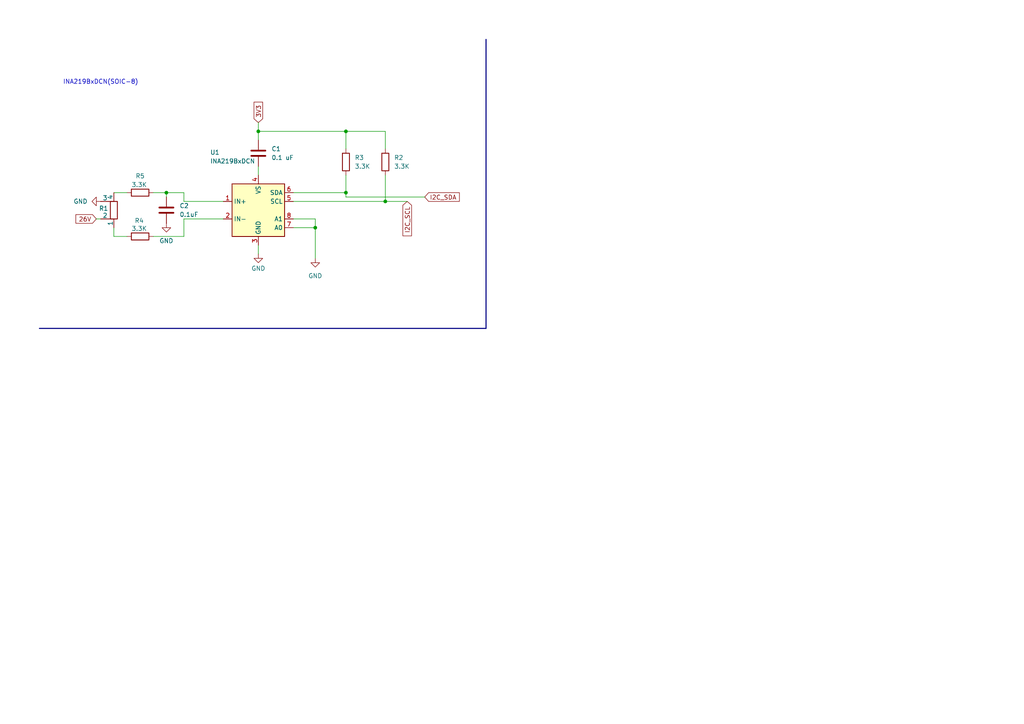
<source format=kicad_sch>
(kicad_sch (version 20231120) (generator "eeschema") (generator_version "8.0")
  (paper "A4")
  (lib_symbols
    (symbol "Device:C" (pin_numbers hide) (pin_names (offset 0.254))
      (property "Reference" "C" (at 0.635 2.54 0))
      (property "Value" "C" (at 0.635 -2.54 0))
      (symbol "C_0_1"
        (polyline (pts (xy -2.032 -0.762) (xy 2.032 -0.762)) (stroke (width 0.508)))
        (polyline (pts (xy -2.032 0.762) (xy 2.032 0.762)) (stroke (width 0.508)))
      )
      (symbol "C_1_1"
        (pin passive line (at 0 3.81 270) (length 2.794) (name "~") (number "1"))
        (pin passive line (at 0 -3.81 90) (length 2.794) (name "~") (number "2"))
      )
    )
    (symbol "Device:R" (pin_numbers hide) (pin_names (offset 0))
      (property "Reference" "R" (at 2.032 0 90))
      (property "Value" "R" (at 0 0 90))
      (symbol "R_0_1"
        (rectangle (start -1.016 -2.54) (end 1.016 2.54) (stroke (width 0.254)))
      )
      (symbol "R_1_1"
        (pin passive line (at 0 3.81 270) (length 1.27) (name "~") (number "1"))
        (pin passive line (at 0 -3.81 90) (length 1.27) (name "~") (number "2"))
      )
    )
    (symbol "Device:R_Shunt" (pin_numbers hide) (pin_names (offset 0))
      (property "Reference" "R" (at -4.445 0 90))
      (property "Value" "R_Shunt" (at -2.54 0 90))
      (symbol "R_Shunt_0_1"
        (rectangle (start -1.016 -2.54) (end 1.016 2.54) (stroke (width 0.254)))
        (polyline (pts (xy 0 -2.54) (xy 1.27 -2.54)))
        (polyline (pts (xy 1.27 2.54) (xy 0 2.54)))
      )
      (symbol "R_Shunt_1_1"
        (pin passive line (at 0 5.08 270) (length 2.54) (name "1") (number "1"))
        (pin passive line (at 3.81 2.54 180) (length 2.54) (name "2") (number "2"))
        (pin passive line (at 3.81 -2.54 180) (length 2.54) (name "3") (number "3"))
        (pin passive line (at 0 -5.08 90) (length 2.54) (name "4") (number "4"))
      )
    )
    (symbol "Sensor_Energy:INA219BxDCN"
      (property "Reference" "U" (at -6.35 8.89 0))
      (property "Value" "INA219BxDCN" (at 6.35 8.89 0))
      (symbol "INA219BxDCN_0_1"
        (rectangle (start -7.62 7.62) (end 7.62 -7.62) (stroke (width 0.254)) (fill (type background)))
      )
      (symbol "INA219BxDCN_1_1"
        (pin input line (at -10.16 2.54 0) (length 2.54) (name "IN+") (number "1"))
        (pin input line (at -10.16 -2.54 0) (length 2.54) (name "IN-") (number "2"))
        (pin power_in line (at 0 -10.16 90) (length 2.54) (name "GND") (number "3"))
        (pin power_in line (at 0 10.16 270) (length 2.54) (name "VS") (number "4"))
        (pin input line (at 10.16 2.54 180) (length 2.54) (name "SCL") (number "5"))
        (pin bidirectional line (at 10.16 5.08 180) (length 2.54) (name "SDA") (number "6"))
        (pin input line (at 10.16 -5.08 180) (length 2.54) (name "A0") (number "7"))
        (pin input line (at 10.16 -2.54 180) (length 2.54) (name "A1") (number "8"))
      )
    )
    (symbol "power:GND" (power) (pin_numbers hide) (pin_names (offset 0) hide)
      (property "Value" "GND" (at 0 -3.81 0))
      (symbol "GND_0_1"
        (polyline (pts (xy 0 0) (xy 0 -1.27) (xy 1.27 -1.27) (xy 0 -2.54) (xy -1.27 -1.27) (xy 0 -1.27)))
      )
      (symbol "GND_1_1"
        (pin power_in line (at 0 0 270) (length 0) (name "~") (number "1"))
      )
    )
  )
  (junction (at 91.44 66.04))
  (junction (at 74.93 38.1))
  (junction (at 100.33 38.1))
  (junction (at 111.76 58.42))
  (junction (at 48.26 55.88))
  (junction (at 100.33 55.88))
  (wire (pts (xy 33.02 68.58) (xy 33.02 66.04)))
  (wire (pts (xy 74.93 73.66) (xy 74.93 71.12)))
  (wire (pts (xy 74.93 48.26) (xy 74.93 50.8)))
  (wire (pts (xy 64.77 58.42) (xy 53.34 58.42)))
  (wire (pts (xy 53.34 58.42) (xy 53.34 55.88)))
  (wire (pts (xy 74.93 38.1) (xy 100.33 38.1)))
  (wire (pts (xy 33.02 68.58) (xy 36.83 68.58)))
  (wire (pts (xy 111.76 58.42) (xy 118.11 58.42)))
  (bus (pts (xy 140.97 11.43) (xy 140.97 95.25)))
  (wire (pts (xy 48.26 55.88) (xy 53.34 55.88)))
  (wire (pts (xy 27.94 63.5) (xy 29.21 63.5)))
  (wire (pts (xy 85.09 63.5) (xy 91.44 63.5)))
  (wire (pts (xy 74.93 35.56) (xy 74.93 38.1)))
  (wire (pts (xy 85.09 55.88) (xy 100.33 55.88)))
  (wire (pts (xy 100.33 38.1) (xy 111.76 38.1)))
  (wire (pts (xy 53.34 63.5) (xy 53.34 68.58)))
  (wire (pts (xy 74.93 38.1) (xy 74.93 40.64)))
  (wire (pts (xy 44.45 55.88) (xy 48.26 55.88)))
  (wire (pts (xy 100.33 38.1) (xy 100.33 43.18)))
  (wire (pts (xy 64.77 63.5) (xy 53.34 63.5)))
  (wire (pts (xy 85.09 66.04) (xy 91.44 66.04)))
  (wire (pts (xy 100.33 50.8) (xy 100.33 55.88)))
  (wire (pts (xy 91.44 66.04) (xy 91.44 74.93)))
  (wire (pts (xy 44.45 68.58) (xy 53.34 68.58)))
  (wire (pts (xy 91.44 63.5) (xy 91.44 66.04)))
  (wire (pts (xy 33.02 55.88) (xy 36.83 55.88)))
  (bus (pts (xy 11.43 95.25) (xy 140.97 95.25)))
  (wire (pts (xy 100.33 55.88) (xy 100.33 57.15)))
  (wire (pts (xy 111.76 50.8) (xy 111.76 58.42)))
  (wire (pts (xy 48.26 55.88) (xy 48.26 57.15)))
  (wire (pts (xy 85.09 58.42) (xy 111.76 58.42)))
  (wire (pts (xy 111.76 38.1) (xy 111.76 43.18)))
  (wire (pts (xy 100.33 57.15) (xy 123.19 57.15)))
  (text "INA219BxDCN(SOIC-8)" (at 29.21 23.876 0) (effects (font (size 1.27 1.27))))
  (global_label "3V3" (shape input) (at 74.93 35.56 90) (property "Intersheetrefs" "${INTERSHEET_REFS}" (effects (hide yes))))
  (global_label "26V" (shape input) (at 27.94 63.5 180) (property "Intersheetrefs" "${INTERSHEET_REFS}" (effects (hide yes))))
  (global_label "I2C_SCL" (shape input) (at 118.11 58.42 270) (property "Intersheetrefs" "${INTERSHEET_REFS}" (effects (hide yes))))
  (global_label "I2C_SDA" (shape input) (at 123.19 57.15 0) (property "Intersheetrefs" "${INTERSHEET_REFS}" (effects (hide yes))))
  (symbol (lib_id "Device:C") (at 74.93 44.45 0) (unit 1)
    (property "Reference" "C1" (at 78.74 43.1799 0) (effects (justify left)))
    (property "Value" "0.1 uF" (at 78.74 45.7199 0) (effects (justify left)))
    (property "Description" "Unpolarized capacitor" (effects (hide yes)))
  )
  (symbol (lib_id "Device:C") (at 48.26 60.96 0) (unit 1)
    (property "Reference" "C2" (at 52.07 59.6899 0) (effects (justify left)))
    (property "Value" "0.1uF" (at 52.07 62.2299 0) (effects (justify left)))
    (property "Description" "Unpolarized capacitor" (effects (hide yes)))
  )
  (symbol (lib_id "power:GND") (at 74.93 73.66 0) (unit 1)
    (property "Reference" "#PWR02" (effects (hide yes)))
    (property "Value" "GND" (at 74.93 77.8553 0))
    (property "Description" "Power symbol creates a global label with name \"GND\" , ground" (effects (hide yes)))
  )
  (symbol (lib_id "Device:R") (at 111.76 46.99 0) (unit 1)
    (property "Reference" "R2" (at 114.3 45.7199 0) (effects (justify left)))
    (property "Value" "3.3K" (at 114.3 48.2599 0) (effects (justify left)))
    (property "Description" "Resistor" (effects (hide yes)))
  )
  (symbol (lib_id "power:GND") (at 48.26 64.77 0) (unit 1)
    (property "Reference" "#PWR03" (effects (hide yes)))
    (property "Value" "GND" (at 48.26 69.85 0))
    (property "Description" "Power symbol creates a global label with name \"GND\" , ground" (effects (hide yes)))
  )
  (symbol (lib_id "Device:R") (at 40.64 68.58 90) (unit 1)
    (property "Reference" "R4" (at 40.386 64.008 90))
    (property "Value" "3.3K" (at 40.386 66.294 90))
    (property "Description" "Resistor" (effects (hide yes)))
  )
  (symbol (lib_id "Device:R") (at 40.64 55.88 90) (unit 1)
    (property "Reference" "R5" (at 40.64 51.054 90))
    (property "Value" "3.3K" (at 40.386 53.594 90))
    (property "Description" "Resistor" (effects (hide yes)))
  )
  (symbol (lib_id "Sensor_Energy:INA219BxDCN") (at 74.93 60.96 0) (unit 1)
    (property "Reference" "U1" (at 60.96 44.196 0) (effects (justify left)))
    (property "Value" "INA219BxDCN" (at 60.96 46.736 0) (effects (justify left)))
    (property "Footprint" "Package_TO_SOT_SMD:SOT-23-8" (effects (hide yes)))
    (property "Datasheet" "http://www.ti.com/lit/ds/symlink/ina219.pdf" (effects (hide yes)))
    (property "Description" "Zero-Drift, HighAccuracy, Bidirectional Current/Power Monitor (0-26V) With I2C Interface, SOT-23-8" (effects (hide yes)))
  )
  (symbol (lib_id "power:GND") (at 29.21 58.42 270) (unit 1)
    (property "Reference" "#PWR05" (effects (hide yes)))
    (property "Value" "GND" (at 25.4 58.4199 90) (effects (justify right)))
    (property "Description" "Power symbol creates a global label with name \"GND\" , ground" (effects (hide yes)))
  )
  (symbol (lib_id "power:GND") (at 91.44 74.93 0) (unit 1)
    (property "Reference" "#PWR04" (effects (hide yes)))
    (property "Value" "GND" (at 91.44 80.01 0))
    (property "Description" "Power symbol creates a global label with name \"GND\" , ground" (effects (hide yes)))
  )
  (symbol (lib_id "Device:R_Shunt") (at 33.02 60.96 180) (unit 1)
    (property "Reference" "R1" (at 28.702 60.452 0) (effects (justify right)))
    (property "Value" "R_Shunt" (effects (hide yes)))
    (property "Description" "Shunt resistor" (effects (hide yes)))
  )
  (symbol (lib_id "Device:R") (at 100.33 46.99 0) (unit 1)
    (property "Reference" "R3" (at 102.87 45.7199 0) (effects (justify left)))
    (property "Value" "3.3K" (at 102.87 48.2599 0) (effects (justify left)))
    (property "Description" "Resistor" (effects (hide yes)))
  )
)
</source>
